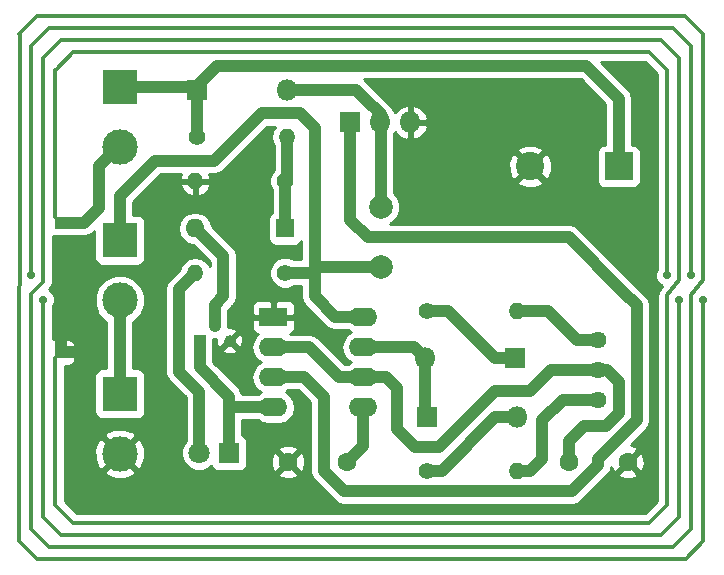
<source format=gbr>
%TF.GenerationSoftware,KiCad,Pcbnew,no-vcs-found-e2d3fce~60~ubuntu14.04.1*%
%TF.CreationDate,2017-09-21T01:46:33-03:00*%
%TF.ProjectId,RFIDZapper,524649445A61707065722E6B69636164,rev?*%
%TF.SameCoordinates,Original*%
%TF.FileFunction,Copper,L2,Bot,Signal*%
%TF.FilePolarity,Positive*%
%FSLAX46Y46*%
G04 Gerber Fmt 4.6, Leading zero omitted, Abs format (unit mm)*
G04 Created by KiCad (PCBNEW no-vcs-found-e2d3fce~60~ubuntu14.04.1) date Thu Sep 21 01:46:33 2017*
%MOMM*%
%LPD*%
G01*
G04 APERTURE LIST*
%TA.AperFunction,EtchedComponent*%
%ADD10C,0.360000*%
%TD*%
%TA.AperFunction,ComponentPad*%
%ADD11C,0.700000*%
%TD*%
%TA.AperFunction,SMDPad,CuDef*%
%ADD12R,1.000000X1.000000*%
%TD*%
%TA.AperFunction,ComponentPad*%
%ADD13R,1.800000X1.800000*%
%TD*%
%TA.AperFunction,ComponentPad*%
%ADD14O,1.800000X1.800000*%
%TD*%
%TA.AperFunction,ComponentPad*%
%ADD15R,1.000000X1.000000*%
%TD*%
%TA.AperFunction,ComponentPad*%
%ADD16C,1.000000*%
%TD*%
%TA.AperFunction,ComponentPad*%
%ADD17O,1.400000X1.400000*%
%TD*%
%TA.AperFunction,ComponentPad*%
%ADD18C,1.400000*%
%TD*%
%TA.AperFunction,ComponentPad*%
%ADD19C,3.000000*%
%TD*%
%TA.AperFunction,ComponentPad*%
%ADD20R,3.000000X3.000000*%
%TD*%
%TA.AperFunction,ComponentPad*%
%ADD21C,1.600000*%
%TD*%
%TA.AperFunction,ComponentPad*%
%ADD22C,2.400000*%
%TD*%
%TA.AperFunction,ComponentPad*%
%ADD23R,2.400000X2.400000*%
%TD*%
%TA.AperFunction,ComponentPad*%
%ADD24C,1.800000*%
%TD*%
%TA.AperFunction,ComponentPad*%
%ADD25C,1.998980*%
%TD*%
%TA.AperFunction,ComponentPad*%
%ADD26C,1.440000*%
%TD*%
%TA.AperFunction,ComponentPad*%
%ADD27O,2.400000X1.600000*%
%TD*%
%TA.AperFunction,ComponentPad*%
%ADD28R,2.400000X1.600000*%
%TD*%
%TA.AperFunction,ComponentPad*%
%ADD29O,1.600000X1.600000*%
%TD*%
%TA.AperFunction,ComponentPad*%
%ADD30R,1.600000X1.600000*%
%TD*%
%TA.AperFunction,Conductor*%
%ADD31C,1.000000*%
%TD*%
%TA.AperFunction,Conductor*%
%ADD32C,0.254000*%
%TD*%
G04 APERTURE END LIST*
D10*
%TO.C,AE1*%
X163294000Y-127806000D02*
X164794000Y-126306000D01*
X108394000Y-127806000D02*
X106894000Y-126306000D01*
X164784000Y-83306000D02*
X163284000Y-81806000D01*
X106894000Y-83316000D02*
X108394000Y-81806000D01*
X109414000Y-126786000D02*
X107914000Y-125276000D01*
X110434000Y-125766000D02*
X108934000Y-124266000D01*
X162274000Y-126786000D02*
X163774000Y-125286000D01*
X161254000Y-125766000D02*
X162754000Y-124266000D01*
X163774000Y-84326000D02*
X162274000Y-82826000D01*
X162754000Y-85346000D02*
X161254000Y-83846000D01*
X107914000Y-84316000D02*
X109414000Y-82826000D01*
X108934000Y-85346000D02*
X110434000Y-83846000D01*
X161254000Y-125766000D02*
X110434000Y-125766000D01*
X162274000Y-126786000D02*
X109414000Y-126786000D01*
X108394000Y-127806000D02*
X163294000Y-127806000D01*
X163284000Y-81806000D02*
X108394000Y-81806000D01*
X109414000Y-82826000D02*
X162274000Y-82826000D01*
X161254000Y-83846000D02*
X110434000Y-83846000D01*
X160234000Y-124736000D02*
X161734000Y-123236000D01*
X161734000Y-86366000D02*
X160234000Y-84866000D01*
X109954000Y-86366000D02*
X111454000Y-84866000D01*
X111444000Y-124746000D02*
X109944000Y-123246000D01*
X160234000Y-124736000D02*
X111444000Y-124746000D01*
X160234000Y-84866000D02*
X111454000Y-84866000D01*
X107914000Y-105316000D02*
X108934000Y-104296000D01*
X108934000Y-85346000D02*
X108934000Y-104296000D01*
X107914000Y-105316000D02*
X107914000Y-125276000D01*
X109942000Y-98806000D02*
X110442000Y-99306000D01*
X109942000Y-86364000D02*
X109942000Y-98806000D01*
X109942000Y-110806000D02*
X110462000Y-110296000D01*
X109942000Y-123258000D02*
X109942000Y-110806000D01*
X106906000Y-83316000D02*
X106896000Y-126294000D01*
X107914000Y-84316000D02*
X107914000Y-103786000D01*
X108934000Y-105826000D02*
X108934000Y-124266000D01*
X161734000Y-86366000D02*
X161734000Y-103786000D01*
X162754000Y-105826000D02*
X162754000Y-124266000D01*
X164794000Y-105826000D02*
X164794000Y-126306000D01*
X163774000Y-84326000D02*
X163774000Y-103786000D01*
X162754000Y-104196000D02*
X161734000Y-105416000D01*
X162754000Y-85346000D02*
X162754000Y-104196000D01*
X161734000Y-105416000D02*
X161734000Y-123236000D01*
X163774000Y-105416000D02*
X163774000Y-125286000D01*
X164784000Y-104196000D02*
X163774000Y-105416000D01*
X164784000Y-83306000D02*
X164784000Y-104196000D01*
%TD*%
D11*
%TO.P,AE1,*%
%TO.N,*%
X164794000Y-105826000D03*
X163774000Y-103786000D03*
X162754000Y-105826000D03*
X161734000Y-103786000D03*
X108934000Y-105826000D03*
X107914000Y-103786000D03*
D12*
%TO.P,AE1,2*%
%TO.N,GNDPWR*%
X110442000Y-110306000D03*
%TO.P,AE1,1*%
%TO.N,Net-(AE1-Pad1)*%
X110442000Y-99306000D03*
%TD*%
D13*
%TO.P,D3,1*%
%TO.N,Net-(C3-Pad1)*%
X121944000Y-88056000D03*
D14*
%TO.P,D3,2*%
%TO.N,Net-(D3-Pad2)*%
X129564000Y-88056000D03*
%TD*%
D15*
%TO.P,Q1,1*%
%TO.N,RST*%
X122144000Y-109306000D03*
D16*
%TO.P,Q1,3*%
%TO.N,GNDPWR*%
X124684000Y-109306000D03*
%TO.P,Q1,2*%
%TO.N,Net-(DZ1-Pad2)*%
X123414000Y-108036000D03*
%TD*%
D17*
%TO.P,R8,2*%
%TO.N,Net-(DZ1-Pad1)*%
X129564000Y-92056000D03*
D18*
%TO.P,R8,1*%
%TO.N,Net-(C3-Pad1)*%
X121944000Y-92056000D03*
%TD*%
D17*
%TO.P,R3,2*%
%TO.N,Net-(R2-Pad1)*%
X149014000Y-120306000D03*
D18*
%TO.P,R3,1*%
%TO.N,Net-(D2-Pad2)*%
X141394000Y-120306000D03*
%TD*%
D14*
%TO.P,Q2,3*%
%TO.N,GNDPWR*%
X139974000Y-90806000D03*
%TO.P,Q2,2*%
%TO.N,Net-(D3-Pad2)*%
X137434000Y-90806000D03*
D13*
%TO.P,Q2,1*%
%TO.N,OUT*%
X134894000Y-90806000D03*
%TD*%
D19*
%TO.P,BT1,2*%
%TO.N,GNDPWR*%
X115394000Y-118886000D03*
D20*
%TO.P,BT1,1*%
%TO.N,/VCC*%
X115394000Y-113806000D03*
%TD*%
D21*
%TO.P,C1,2*%
%TO.N,/THR*%
X153394000Y-119556000D03*
%TO.P,C1,1*%
%TO.N,GNDPWR*%
X158394000Y-119556000D03*
%TD*%
%TO.P,C2,1*%
%TO.N,/CV*%
X134644000Y-119556000D03*
%TO.P,C2,2*%
%TO.N,GNDPWR*%
X129644000Y-119556000D03*
%TD*%
D22*
%TO.P,C3,2*%
%TO.N,GNDPWR*%
X150144000Y-94556000D03*
D23*
%TO.P,C3,1*%
%TO.N,Net-(C3-Pad1)*%
X157644000Y-94556000D03*
%TD*%
D24*
%TO.P,DL1,2*%
%TO.N,Net-(DL1-Pad2)*%
X122104000Y-118806000D03*
D13*
%TO.P,DL1,1*%
%TO.N,RST*%
X124644000Y-118806000D03*
%TD*%
D25*
%TO.P,L1,2*%
%TO.N,Net-(D3-Pad2)*%
X137474000Y-97976000D03*
%TO.P,L1,1*%
%TO.N,/VDD*%
X137474000Y-103056000D03*
%TD*%
D17*
%TO.P,R1,2*%
%TO.N,Net-(R1-Pad2)*%
X149014000Y-106806000D03*
D18*
%TO.P,R1,1*%
%TO.N,Net-(D1-Pad1)*%
X141394000Y-106806000D03*
%TD*%
D26*
%TO.P,R2,3*%
%TO.N,Net-(R1-Pad2)*%
X155894000Y-109226000D03*
%TO.P,R2,2*%
%TO.N,/THR*%
X155894000Y-111766000D03*
%TO.P,R2,1*%
%TO.N,Net-(R2-Pad1)*%
X155894000Y-114306000D03*
%TD*%
D18*
%TO.P,R6,1*%
%TO.N,/VDD*%
X129394000Y-103556000D03*
D17*
%TO.P,R6,2*%
%TO.N,Net-(DL1-Pad2)*%
X121774000Y-103556000D03*
%TD*%
%TO.P,R9,2*%
%TO.N,GNDPWR*%
X121774000Y-95806000D03*
D18*
%TO.P,R9,1*%
%TO.N,Net-(DZ1-Pad1)*%
X129394000Y-95806000D03*
%TD*%
D20*
%TO.P,SW_SPST1,1*%
%TO.N,/VDD*%
X115394000Y-100806000D03*
D19*
%TO.P,SW_SPST1,2*%
%TO.N,/VCC*%
X115394000Y-105886000D03*
%TD*%
%TO.P,SW_SPST3,2*%
%TO.N,Net-(AE1-Pad1)*%
X115394000Y-92886000D03*
D20*
%TO.P,SW_SPST3,1*%
%TO.N,Net-(C3-Pad1)*%
X115394000Y-87806000D03*
%TD*%
D27*
%TO.P,U1,8*%
%TO.N,/VDD*%
X136014000Y-107306000D03*
%TO.P,U1,4*%
%TO.N,RST*%
X128394000Y-114926000D03*
%TO.P,U1,7*%
%TO.N,/DIS*%
X136014000Y-109846000D03*
%TO.P,U1,3*%
%TO.N,OUT*%
X128394000Y-112386000D03*
%TO.P,U1,6*%
%TO.N,/THR*%
X136014000Y-112386000D03*
%TO.P,U1,2*%
X128394000Y-109846000D03*
%TO.P,U1,5*%
%TO.N,/CV*%
X136014000Y-114926000D03*
D28*
%TO.P,U1,1*%
%TO.N,GNDPWR*%
X128394000Y-107306000D03*
%TD*%
D14*
%TO.P,D1,2*%
%TO.N,/DIS*%
X141274000Y-110806000D03*
D13*
%TO.P,D1,1*%
%TO.N,Net-(D1-Pad1)*%
X148894000Y-110806000D03*
%TD*%
D14*
%TO.P,D2,2*%
%TO.N,Net-(D2-Pad2)*%
X149014000Y-115806000D03*
D13*
%TO.P,D2,1*%
%TO.N,/DIS*%
X141394000Y-115806000D03*
%TD*%
D29*
%TO.P,DZ1,2*%
%TO.N,Net-(DZ1-Pad2)*%
X121774000Y-99806000D03*
D30*
%TO.P,DZ1,1*%
%TO.N,Net-(DZ1-Pad1)*%
X129394000Y-99806000D03*
%TD*%
D31*
%TO.N,Net-(AE1-Pad1)*%
X110442000Y-99306000D02*
X112394000Y-99306000D01*
X112394000Y-99306000D02*
X113644000Y-98056000D01*
X113644000Y-98056000D02*
X113644000Y-94556000D01*
X115314000Y-92886000D02*
X113644000Y-94556000D01*
X115394000Y-92886000D02*
X115314000Y-92886000D01*
X115314000Y-92886000D02*
X115394000Y-92886000D01*
%TO.N,GNDPWR*%
X110442000Y-110306000D02*
X110442000Y-107508000D01*
X112644000Y-110306000D02*
X111894000Y-110306000D01*
X112644000Y-107556000D02*
X112644000Y-110306000D01*
X110490000Y-107556000D02*
X112644000Y-107556000D01*
X110442000Y-107508000D02*
X110490000Y-107556000D01*
X110442000Y-110306000D02*
X111894000Y-110306000D01*
X111894000Y-110306000D02*
X111192000Y-110306000D01*
%TO.N,Net-(C3-Pad1)*%
X157644000Y-94556000D02*
X157644000Y-90556000D01*
X146144000Y-86056000D02*
X154894000Y-86056000D01*
X154894000Y-86056000D02*
X157644000Y-88806000D01*
X157644000Y-88806000D02*
X157644000Y-90556000D01*
X157644000Y-90556000D02*
X157644000Y-91806000D01*
X146144000Y-86056000D02*
X145894000Y-86056000D01*
X121944000Y-88056000D02*
X121944000Y-87756000D01*
X121944000Y-87756000D02*
X123644000Y-86056000D01*
X123644000Y-86056000D02*
X145894000Y-86056000D01*
X115394000Y-87806000D02*
X121694000Y-87806000D01*
X121694000Y-87806000D02*
X121944000Y-88056000D01*
X121944000Y-92056000D02*
X121944000Y-88056000D01*
%TO.N,Net-(D1-Pad1)*%
X148894000Y-110806000D02*
X147144000Y-110806000D01*
X143144000Y-106806000D02*
X141394000Y-106806000D01*
X147144000Y-110806000D02*
X143144000Y-106806000D01*
%TO.N,Net-(D2-Pad2)*%
X141394000Y-120306000D02*
X142644000Y-120306000D01*
X147144000Y-115806000D02*
X149014000Y-115806000D01*
X142644000Y-120306000D02*
X147144000Y-115806000D01*
%TO.N,Net-(D3-Pad2)*%
X137474000Y-97976000D02*
X137474000Y-90136000D01*
X137474000Y-90136000D02*
X136144000Y-88806000D01*
X129564000Y-88056000D02*
X135394000Y-88056000D01*
X135394000Y-88056000D02*
X136144000Y-88806000D01*
%TO.N,/VCC*%
X115394000Y-113806000D02*
X115394000Y-105886000D01*
%TO.N,/THR*%
X157644000Y-112806000D02*
X157644000Y-115434676D01*
X157644000Y-115434676D02*
X156583338Y-116495338D01*
X155894000Y-111766000D02*
X156604000Y-111766000D01*
X156604000Y-111766000D02*
X157644000Y-112806000D01*
X153394000Y-119556000D02*
X153394000Y-117806000D01*
X153394000Y-117806000D02*
X154704662Y-116495338D01*
X154704662Y-116495338D02*
X156583338Y-116495338D01*
X153144000Y-111766000D02*
X153144000Y-111806000D01*
X153144000Y-111806000D02*
X153144000Y-111766000D01*
X155894000Y-111766000D02*
X153144000Y-111766000D01*
X153144000Y-111766000D02*
X151934000Y-111766000D01*
X151934000Y-111766000D02*
X150144000Y-113556000D01*
X148644000Y-113556000D02*
X150144000Y-113556000D01*
X137974000Y-112386000D02*
X138894000Y-113306000D01*
X138894000Y-113306000D02*
X138894000Y-116806000D01*
X138894000Y-116806000D02*
X140394000Y-118306000D01*
X140394000Y-118306000D02*
X142394000Y-118306000D01*
X142394000Y-118306000D02*
X147144000Y-113556000D01*
X147144000Y-113556000D02*
X148644000Y-113556000D01*
X136014000Y-112386000D02*
X137974000Y-112386000D01*
%TO.N,/VDD*%
X129144000Y-90056000D02*
X127394000Y-90056000D01*
X127394000Y-90056000D02*
X123394000Y-94056000D01*
X131894000Y-104556000D02*
X131894000Y-105556000D01*
X131894000Y-105556000D02*
X133644000Y-107306000D01*
X133644000Y-107306000D02*
X136014000Y-107306000D01*
X137474000Y-103056000D02*
X131894000Y-103056000D01*
X131894000Y-103056000D02*
X132394000Y-103056000D01*
X132394000Y-103056000D02*
X131894000Y-103056000D01*
X129394000Y-103556000D02*
X131894000Y-103556000D01*
X131894000Y-103556000D02*
X131894000Y-103806000D01*
X131894000Y-91306000D02*
X131894000Y-103056000D01*
X131894000Y-103056000D02*
X131894000Y-103806000D01*
X131894000Y-103806000D02*
X131894000Y-104556000D01*
X122644000Y-94056000D02*
X123394000Y-94056000D01*
X129144000Y-90056000D02*
X130644000Y-90056000D01*
X130644000Y-90056000D02*
X131894000Y-91306000D01*
X115394000Y-98306000D02*
X115394000Y-97056000D01*
X115394000Y-97056000D02*
X118394000Y-94056000D01*
X118394000Y-94056000D02*
X120644000Y-94056000D01*
X115394000Y-100806000D02*
X115394000Y-98306000D01*
X120644000Y-94056000D02*
X122644000Y-94056000D01*
%TO.N,/DIS*%
X141274000Y-110806000D02*
X141274000Y-115686000D01*
X136014000Y-109846000D02*
X140314000Y-109846000D01*
X140314000Y-109846000D02*
X141274000Y-110806000D01*
X141130000Y-115630000D02*
X141250000Y-115750000D01*
X141274000Y-115686000D02*
X141394000Y-115806000D01*
%TO.N,/THR*%
X136014000Y-112386000D02*
X133974000Y-112386000D01*
X133974000Y-112386000D02*
X131434000Y-109846000D01*
X131434000Y-109846000D02*
X128394000Y-109846000D01*
%TO.N,/CV*%
X136014000Y-114926000D02*
X136014000Y-118186000D01*
X136014000Y-118186000D02*
X134644000Y-119556000D01*
%TO.N,Net-(DL1-Pad2)*%
X122104000Y-118806000D02*
X122104000Y-113637324D01*
X122104000Y-113637324D02*
X120394000Y-111927324D01*
X120394000Y-111927324D02*
X120394000Y-104936000D01*
X120394000Y-104936000D02*
X121774000Y-103556000D01*
X121774000Y-103556000D02*
X121774000Y-103686000D01*
%TO.N,RST*%
X128394000Y-114926000D02*
X124644000Y-114926000D01*
X124644000Y-114926000D02*
X124764000Y-114806000D01*
X124764000Y-114806000D02*
X124894000Y-114806000D01*
X124894000Y-114806000D02*
X124644000Y-114806000D01*
X122144000Y-109306000D02*
X122144000Y-111556000D01*
X122144000Y-111556000D02*
X124644000Y-114056000D01*
X124644000Y-114056000D02*
X124644000Y-114806000D01*
X124644000Y-114806000D02*
X124644000Y-118806000D01*
%TO.N,Net-(DZ1-Pad2)*%
X123414000Y-108036000D02*
X123414000Y-106286000D01*
X123414000Y-106286000D02*
X124144000Y-105556000D01*
X124144000Y-105556000D02*
X124144000Y-102176000D01*
X124144000Y-102176000D02*
X121774000Y-99806000D01*
%TO.N,Net-(DZ1-Pad1)*%
X129394000Y-99806000D02*
X129394000Y-95806000D01*
X129564000Y-92056000D02*
X129564000Y-95636000D01*
X129564000Y-95636000D02*
X129394000Y-95806000D01*
X129394000Y-95806000D02*
X129394000Y-95806002D01*
X129564000Y-95636000D02*
X129394000Y-95806000D01*
X129444000Y-92176000D02*
X129564000Y-92056000D01*
%TO.N,OUT*%
X134894000Y-98306000D02*
X134894000Y-99056000D01*
X134894000Y-99056000D02*
X136394000Y-100556000D01*
X128394000Y-112386000D02*
X130974000Y-112386000D01*
X153644000Y-122056000D02*
X155894000Y-119806000D01*
X135644000Y-122056000D02*
X134394000Y-122056000D01*
X134394000Y-122056000D02*
X132644000Y-120306000D01*
X132644000Y-120306000D02*
X132644000Y-114056000D01*
X132644000Y-114056000D02*
X132144000Y-113556000D01*
X134894000Y-95056000D02*
X134894000Y-90806000D01*
X134894000Y-92556000D02*
X134894000Y-95056000D01*
X134894000Y-95056000D02*
X134894000Y-98306000D01*
X134894000Y-98306000D02*
X134894000Y-99056000D01*
X134894000Y-99056000D02*
X136394000Y-100556000D01*
X158019000Y-105181000D02*
X153394000Y-100556000D01*
X153394000Y-100556000D02*
X136394000Y-100556000D01*
X158019000Y-105181000D02*
X159144000Y-106306000D01*
X128394000Y-112386000D02*
X130974000Y-112386000D01*
X130974000Y-112386000D02*
X132144000Y-113556000D01*
X135644000Y-122056000D02*
X153644000Y-122056000D01*
X155894000Y-119806000D02*
X155894000Y-119306000D01*
X155894000Y-119306000D02*
X159144000Y-116056000D01*
X159144000Y-116056000D02*
X159144000Y-106306000D01*
%TO.N,Net-(R1-Pad2)*%
X155894000Y-109226000D02*
X154064000Y-109226000D01*
X154064000Y-109226000D02*
X151644000Y-106806000D01*
X149014000Y-106806000D02*
X151644000Y-106806000D01*
%TO.N,Net-(R2-Pad1)*%
X155894000Y-114306000D02*
X152894000Y-114306000D01*
X152894000Y-114306000D02*
X151144000Y-116056000D01*
X151144000Y-116056000D02*
X151144000Y-119306000D01*
X151144000Y-119306000D02*
X150144000Y-120306000D01*
X150144000Y-120306000D02*
X149014000Y-120306000D01*
%TD*%
D32*
%TO.N,GNDPWR*%
G36*
X160919000Y-86703584D02*
X160919000Y-103207793D01*
X160899445Y-103227314D01*
X160749172Y-103589212D01*
X160748830Y-103981069D01*
X160898471Y-104343229D01*
X161175314Y-104620555D01*
X161295130Y-104670307D01*
X161108741Y-104893242D01*
X161049588Y-105001520D01*
X160981038Y-105104113D01*
X160973879Y-105140106D01*
X160956285Y-105172311D01*
X160943071Y-105294986D01*
X160919000Y-105416000D01*
X160919000Y-122898416D01*
X159896347Y-123921069D01*
X111781515Y-123930931D01*
X110757000Y-122906416D01*
X110757000Y-120399970D01*
X114059635Y-120399970D01*
X114219418Y-120718739D01*
X115010187Y-121028723D01*
X115859387Y-121012497D01*
X116568582Y-120718739D01*
X116646272Y-120563745D01*
X128815861Y-120563745D01*
X128889995Y-120809864D01*
X129427223Y-121002965D01*
X129997454Y-120975778D01*
X130398005Y-120809864D01*
X130472139Y-120563745D01*
X129644000Y-119735605D01*
X128815861Y-120563745D01*
X116646272Y-120563745D01*
X116728365Y-120399970D01*
X115394000Y-119065605D01*
X114059635Y-120399970D01*
X110757000Y-120399970D01*
X110757000Y-118502187D01*
X113251277Y-118502187D01*
X113267503Y-119351387D01*
X113561261Y-120060582D01*
X113880030Y-120220365D01*
X115214395Y-118886000D01*
X115573605Y-118886000D01*
X116907970Y-120220365D01*
X117226739Y-120060582D01*
X117536723Y-119269813D01*
X117520497Y-118420613D01*
X117226739Y-117711418D01*
X116907970Y-117551635D01*
X115573605Y-118886000D01*
X115214395Y-118886000D01*
X113880030Y-117551635D01*
X113561261Y-117711418D01*
X113251277Y-118502187D01*
X110757000Y-118502187D01*
X110757000Y-117372030D01*
X114059635Y-117372030D01*
X115394000Y-118706395D01*
X116728365Y-117372030D01*
X116568582Y-117053261D01*
X115777813Y-116743277D01*
X114928613Y-116759503D01*
X114219418Y-117053261D01*
X114059635Y-117372030D01*
X110757000Y-117372030D01*
X110757000Y-112306000D01*
X113246560Y-112306000D01*
X113246560Y-115306000D01*
X113295843Y-115553765D01*
X113436191Y-115763809D01*
X113646235Y-115904157D01*
X113894000Y-115953440D01*
X116894000Y-115953440D01*
X117141765Y-115904157D01*
X117351809Y-115763809D01*
X117492157Y-115553765D01*
X117541440Y-115306000D01*
X117541440Y-112306000D01*
X117492157Y-112058235D01*
X117351809Y-111848191D01*
X117141765Y-111707843D01*
X116894000Y-111658560D01*
X116529000Y-111658560D01*
X116529000Y-107727100D01*
X116601800Y-107697020D01*
X117202909Y-107096959D01*
X117528628Y-106312541D01*
X117529370Y-105463185D01*
X117205020Y-104678200D01*
X116604959Y-104077091D01*
X115820541Y-103751372D01*
X114971185Y-103750630D01*
X114186200Y-104074980D01*
X113585091Y-104675041D01*
X113259372Y-105459459D01*
X113258630Y-106308815D01*
X113582980Y-107093800D01*
X114183041Y-107694909D01*
X114259000Y-107726450D01*
X114259000Y-111658560D01*
X113894000Y-111658560D01*
X113646235Y-111707843D01*
X113436191Y-111848191D01*
X113295843Y-112058235D01*
X113246560Y-112306000D01*
X110757000Y-112306000D01*
X110757000Y-111441000D01*
X111068309Y-111441000D01*
X111301698Y-111344327D01*
X111480327Y-111165699D01*
X111577000Y-110932310D01*
X111577000Y-110591750D01*
X111418250Y-110433000D01*
X111249979Y-110433000D01*
X111276961Y-110303912D01*
X111253373Y-110179000D01*
X111418250Y-110179000D01*
X111577000Y-110020250D01*
X111577000Y-109679690D01*
X111480327Y-109446301D01*
X111301698Y-109267673D01*
X111068309Y-109171000D01*
X110727750Y-109171000D01*
X110569000Y-109329750D01*
X110569000Y-109501751D01*
X110469912Y-109481039D01*
X110315000Y-109510292D01*
X110315000Y-109329750D01*
X110156250Y-109171000D01*
X109815691Y-109171000D01*
X109749000Y-109198624D01*
X109749000Y-106404207D01*
X109768555Y-106384686D01*
X109918828Y-106022788D01*
X109919170Y-105630931D01*
X109769529Y-105268771D01*
X109492686Y-104991445D01*
X109420933Y-104961651D01*
X109510292Y-104872292D01*
X109686962Y-104607887D01*
X109749000Y-104296000D01*
X109749000Y-100415050D01*
X109942000Y-100453440D01*
X110942000Y-100453440D01*
X111004541Y-100441000D01*
X112394000Y-100441000D01*
X112828346Y-100354603D01*
X113196566Y-100108566D01*
X113246560Y-100058572D01*
X113246560Y-102306000D01*
X113295843Y-102553765D01*
X113436191Y-102763809D01*
X113646235Y-102904157D01*
X113894000Y-102953440D01*
X116894000Y-102953440D01*
X117141765Y-102904157D01*
X117351809Y-102763809D01*
X117492157Y-102553765D01*
X117541440Y-102306000D01*
X117541440Y-99306000D01*
X117492157Y-99058235D01*
X117351809Y-98848191D01*
X117141765Y-98707843D01*
X116894000Y-98658560D01*
X116529000Y-98658560D01*
X116529000Y-97526132D01*
X117915803Y-96139329D01*
X120481284Y-96139329D01*
X120624203Y-96484396D01*
X120971337Y-96872764D01*
X121440669Y-97098727D01*
X121647000Y-96976206D01*
X121647000Y-95933000D01*
X121901000Y-95933000D01*
X121901000Y-96976206D01*
X122107331Y-97098727D01*
X122576663Y-96872764D01*
X122923797Y-96484396D01*
X123066716Y-96139329D01*
X122943374Y-95933000D01*
X121901000Y-95933000D01*
X121647000Y-95933000D01*
X120604626Y-95933000D01*
X120481284Y-96139329D01*
X117915803Y-96139329D01*
X118864132Y-95191000D01*
X120597946Y-95191000D01*
X120481284Y-95472671D01*
X120604626Y-95679000D01*
X121647000Y-95679000D01*
X121647000Y-95659000D01*
X121901000Y-95659000D01*
X121901000Y-95679000D01*
X122943374Y-95679000D01*
X123066716Y-95472671D01*
X122950054Y-95191000D01*
X123394000Y-95191000D01*
X123828346Y-95104603D01*
X124196566Y-94858566D01*
X127864132Y-91191000D01*
X128541080Y-91191000D01*
X128304467Y-91545118D01*
X128202846Y-92056000D01*
X128304467Y-92566882D01*
X128429000Y-92753260D01*
X128429000Y-94882987D01*
X128262902Y-95048796D01*
X128059232Y-95539287D01*
X128058769Y-96070383D01*
X128259000Y-96554980D01*
X128259000Y-98466132D01*
X128136191Y-98548191D01*
X127995843Y-98758235D01*
X127946560Y-99006000D01*
X127946560Y-100606000D01*
X127995843Y-100853765D01*
X128136191Y-101063809D01*
X128346235Y-101204157D01*
X128594000Y-101253440D01*
X130194000Y-101253440D01*
X130441765Y-101204157D01*
X130651809Y-101063809D01*
X130759000Y-100903388D01*
X130759000Y-102421000D01*
X130141807Y-102421000D01*
X129660713Y-102221232D01*
X129129617Y-102220769D01*
X128638771Y-102423582D01*
X128262902Y-102798796D01*
X128059232Y-103289287D01*
X128058769Y-103820383D01*
X128261582Y-104311229D01*
X128636796Y-104687098D01*
X129127287Y-104890768D01*
X129658383Y-104891231D01*
X130142980Y-104691000D01*
X130759000Y-104691000D01*
X130759000Y-105556000D01*
X130845397Y-105990346D01*
X131058191Y-106308815D01*
X131091434Y-106358566D01*
X132841434Y-108108566D01*
X133209654Y-108354603D01*
X133644000Y-108441000D01*
X134743396Y-108441000D01*
X134945438Y-108576000D01*
X134563352Y-108831302D01*
X134252283Y-109296849D01*
X134143050Y-109846000D01*
X134252283Y-110395151D01*
X134563352Y-110860698D01*
X134945438Y-111116000D01*
X134743396Y-111251000D01*
X134444133Y-111251000D01*
X132236566Y-109043434D01*
X132108190Y-108957656D01*
X131868346Y-108797397D01*
X131434000Y-108711000D01*
X129792735Y-108711000D01*
X129953698Y-108644327D01*
X130132327Y-108465699D01*
X130229000Y-108232310D01*
X130229000Y-107591750D01*
X130070250Y-107433000D01*
X128521000Y-107433000D01*
X128521000Y-107453000D01*
X128267000Y-107453000D01*
X128267000Y-107433000D01*
X126717750Y-107433000D01*
X126559000Y-107591750D01*
X126559000Y-108232310D01*
X126655673Y-108465699D01*
X126834302Y-108644327D01*
X127067691Y-108741000D01*
X127078498Y-108741000D01*
X126943352Y-108831302D01*
X126632283Y-109296849D01*
X126523050Y-109846000D01*
X126632283Y-110395151D01*
X126943352Y-110860698D01*
X127325438Y-111116000D01*
X126943352Y-111371302D01*
X126632283Y-111836849D01*
X126523050Y-112386000D01*
X126632283Y-112935151D01*
X126943352Y-113400698D01*
X127325438Y-113656000D01*
X127123396Y-113791000D01*
X125726288Y-113791000D01*
X125692603Y-113621654D01*
X125446566Y-113253434D01*
X123279000Y-111085868D01*
X123279000Y-110096104D01*
X124073501Y-110096104D01*
X124110648Y-110311217D01*
X124538972Y-110454112D01*
X124989375Y-110422217D01*
X125257352Y-110311217D01*
X125294499Y-110096104D01*
X124684000Y-109485605D01*
X124073501Y-110096104D01*
X123279000Y-110096104D01*
X123279000Y-109868541D01*
X123291440Y-109806000D01*
X123291440Y-109170894D01*
X123536606Y-109171108D01*
X123567783Y-109611375D01*
X123678783Y-109879352D01*
X123893896Y-109916499D01*
X124504395Y-109306000D01*
X124863605Y-109306000D01*
X125474104Y-109916499D01*
X125689217Y-109879352D01*
X125832112Y-109451028D01*
X125800217Y-109000625D01*
X125689217Y-108732648D01*
X125474104Y-108695501D01*
X124863605Y-109306000D01*
X124504395Y-109306000D01*
X124490253Y-109291858D01*
X124669858Y-109112253D01*
X124684000Y-109126395D01*
X125294499Y-108515896D01*
X125257352Y-108300783D01*
X124829028Y-108157888D01*
X124548877Y-108177727D01*
X124549197Y-107811225D01*
X124549000Y-107810748D01*
X124549000Y-106756132D01*
X124925442Y-106379690D01*
X126559000Y-106379690D01*
X126559000Y-107020250D01*
X126717750Y-107179000D01*
X128267000Y-107179000D01*
X128267000Y-106029750D01*
X128521000Y-106029750D01*
X128521000Y-107179000D01*
X130070250Y-107179000D01*
X130229000Y-107020250D01*
X130229000Y-106379690D01*
X130132327Y-106146301D01*
X129953698Y-105967673D01*
X129720309Y-105871000D01*
X128679750Y-105871000D01*
X128521000Y-106029750D01*
X128267000Y-106029750D01*
X128108250Y-105871000D01*
X127067691Y-105871000D01*
X126834302Y-105967673D01*
X126655673Y-106146301D01*
X126559000Y-106379690D01*
X124925442Y-106379690D01*
X124946566Y-106358566D01*
X124979809Y-106308815D01*
X125192603Y-105990346D01*
X125279000Y-105556000D01*
X125279000Y-102176000D01*
X125192603Y-101741654D01*
X124946566Y-101373434D01*
X123201849Y-99628717D01*
X123127880Y-99256849D01*
X122816811Y-98791302D01*
X122351264Y-98480233D01*
X121802113Y-98371000D01*
X121745887Y-98371000D01*
X121196736Y-98480233D01*
X120731189Y-98791302D01*
X120420120Y-99256849D01*
X120310887Y-99806000D01*
X120420120Y-100355151D01*
X120731189Y-100820698D01*
X121196736Y-101131767D01*
X121568604Y-101205736D01*
X123009000Y-102646132D01*
X123009000Y-103008402D01*
X122744142Y-102612012D01*
X122311036Y-102322621D01*
X121800154Y-102221000D01*
X121747846Y-102221000D01*
X121236964Y-102322621D01*
X120803858Y-102612012D01*
X120514467Y-103045118D01*
X120473427Y-103251441D01*
X119591434Y-104133434D01*
X119345397Y-104501654D01*
X119259000Y-104936000D01*
X119259000Y-111927324D01*
X119345397Y-112361670D01*
X119440121Y-112503434D01*
X119591434Y-112729890D01*
X120969000Y-114107456D01*
X120969000Y-117770095D01*
X120803449Y-117935357D01*
X120569267Y-118499330D01*
X120568735Y-119109991D01*
X120801932Y-119674371D01*
X121233357Y-120106551D01*
X121797330Y-120340733D01*
X122407991Y-120341265D01*
X122972371Y-120108068D01*
X123142712Y-119938025D01*
X123145843Y-119953765D01*
X123286191Y-120163809D01*
X123496235Y-120304157D01*
X123744000Y-120353440D01*
X125544000Y-120353440D01*
X125791765Y-120304157D01*
X126001809Y-120163809D01*
X126142157Y-119953765D01*
X126191440Y-119706000D01*
X126191440Y-119339223D01*
X128197035Y-119339223D01*
X128224222Y-119909454D01*
X128390136Y-120310005D01*
X128636255Y-120384139D01*
X129464395Y-119556000D01*
X129823605Y-119556000D01*
X130651745Y-120384139D01*
X130897864Y-120310005D01*
X131090965Y-119772777D01*
X131063778Y-119202546D01*
X130897864Y-118801995D01*
X130651745Y-118727861D01*
X129823605Y-119556000D01*
X129464395Y-119556000D01*
X128636255Y-118727861D01*
X128390136Y-118801995D01*
X128197035Y-119339223D01*
X126191440Y-119339223D01*
X126191440Y-118548255D01*
X128815861Y-118548255D01*
X129644000Y-119376395D01*
X130472139Y-118548255D01*
X130398005Y-118302136D01*
X129860777Y-118109035D01*
X129290546Y-118136222D01*
X128889995Y-118302136D01*
X128815861Y-118548255D01*
X126191440Y-118548255D01*
X126191440Y-117906000D01*
X126142157Y-117658235D01*
X126001809Y-117448191D01*
X125791765Y-117307843D01*
X125779000Y-117305304D01*
X125779000Y-116061000D01*
X127123396Y-116061000D01*
X127408899Y-116251767D01*
X127958050Y-116361000D01*
X128829950Y-116361000D01*
X129379101Y-116251767D01*
X129844648Y-115940698D01*
X130155717Y-115475151D01*
X130264950Y-114926000D01*
X130155717Y-114376849D01*
X129844648Y-113911302D01*
X129462562Y-113656000D01*
X129664604Y-113521000D01*
X130503868Y-113521000D01*
X131509000Y-114526132D01*
X131509000Y-120306000D01*
X131595397Y-120740346D01*
X131729470Y-120941000D01*
X131841434Y-121108566D01*
X133591434Y-122858566D01*
X133959654Y-123104603D01*
X134394000Y-123191000D01*
X153644000Y-123191000D01*
X154078346Y-123104603D01*
X154446566Y-122858566D01*
X156696567Y-120608566D01*
X156726515Y-120563745D01*
X157565861Y-120563745D01*
X157639995Y-120809864D01*
X158177223Y-121002965D01*
X158747454Y-120975778D01*
X159148005Y-120809864D01*
X159222139Y-120563745D01*
X158394000Y-119735605D01*
X157565861Y-120563745D01*
X156726515Y-120563745D01*
X156942604Y-120240345D01*
X156997327Y-119965234D01*
X157140136Y-120310005D01*
X157386255Y-120384139D01*
X158214395Y-119556000D01*
X158573605Y-119556000D01*
X159401745Y-120384139D01*
X159647864Y-120310005D01*
X159840965Y-119772777D01*
X159813778Y-119202546D01*
X159647864Y-118801995D01*
X159401745Y-118727861D01*
X158573605Y-119556000D01*
X158214395Y-119556000D01*
X158200252Y-119541858D01*
X158379858Y-119362252D01*
X158394000Y-119376395D01*
X159222139Y-118548255D01*
X159148005Y-118302136D01*
X158673538Y-118131594D01*
X159946566Y-116858566D01*
X159971667Y-116821000D01*
X160192603Y-116490346D01*
X160279000Y-116056000D01*
X160279000Y-106306000D01*
X160192603Y-105871654D01*
X159946566Y-105503434D01*
X154196566Y-99753434D01*
X154176977Y-99740345D01*
X153828346Y-99507397D01*
X153394000Y-99421000D01*
X138256982Y-99421000D01*
X138398655Y-99362462D01*
X138858846Y-98903073D01*
X139108206Y-98302547D01*
X139108774Y-97652306D01*
X138860462Y-97051345D01*
X138609000Y-96799444D01*
X138609000Y-95853175D01*
X149026430Y-95853175D01*
X149149565Y-96140788D01*
X149831734Y-96400707D01*
X150561443Y-96379786D01*
X151138435Y-96140788D01*
X151261570Y-95853175D01*
X150144000Y-94735605D01*
X149026430Y-95853175D01*
X138609000Y-95853175D01*
X138609000Y-94243734D01*
X148299293Y-94243734D01*
X148320214Y-94973443D01*
X148559212Y-95550435D01*
X148846825Y-95673570D01*
X149964395Y-94556000D01*
X150323605Y-94556000D01*
X151441175Y-95673570D01*
X151728788Y-95550435D01*
X151988707Y-94868266D01*
X151967786Y-94138557D01*
X151728788Y-93561565D01*
X151441175Y-93438430D01*
X150323605Y-94556000D01*
X149964395Y-94556000D01*
X148846825Y-93438430D01*
X148559212Y-93561565D01*
X148299293Y-94243734D01*
X138609000Y-94243734D01*
X138609000Y-93258825D01*
X149026430Y-93258825D01*
X150144000Y-94376395D01*
X151261570Y-93258825D01*
X151138435Y-92971212D01*
X150456266Y-92711293D01*
X149726557Y-92732214D01*
X149149565Y-92971212D01*
X149026430Y-93258825D01*
X138609000Y-93258825D01*
X138609000Y-91802332D01*
X138708501Y-91653418D01*
X139066424Y-92043966D01*
X139609258Y-92297046D01*
X139847000Y-92176997D01*
X139847000Y-90933000D01*
X140101000Y-90933000D01*
X140101000Y-92176997D01*
X140338742Y-92297046D01*
X140881576Y-92043966D01*
X141286240Y-91602417D01*
X141465036Y-91170740D01*
X141344378Y-90933000D01*
X140101000Y-90933000D01*
X139847000Y-90933000D01*
X139827000Y-90933000D01*
X139827000Y-90679000D01*
X139847000Y-90679000D01*
X139847000Y-89435003D01*
X140101000Y-89435003D01*
X140101000Y-90679000D01*
X141344378Y-90679000D01*
X141465036Y-90441260D01*
X141286240Y-90009583D01*
X140881576Y-89568034D01*
X140338742Y-89314954D01*
X140101000Y-89435003D01*
X139847000Y-89435003D01*
X139609258Y-89314954D01*
X139066424Y-89568034D01*
X138708501Y-89958582D01*
X138549481Y-89720591D01*
X138522827Y-89702782D01*
X138522603Y-89701654D01*
X138276566Y-89333434D01*
X136196566Y-87253434D01*
X136103127Y-87191000D01*
X154423868Y-87191000D01*
X156509000Y-89276132D01*
X156509000Y-92708560D01*
X156444000Y-92708560D01*
X156196235Y-92757843D01*
X155986191Y-92898191D01*
X155845843Y-93108235D01*
X155796560Y-93356000D01*
X155796560Y-95756000D01*
X155845843Y-96003765D01*
X155986191Y-96213809D01*
X156196235Y-96354157D01*
X156444000Y-96403440D01*
X158844000Y-96403440D01*
X159091765Y-96354157D01*
X159301809Y-96213809D01*
X159442157Y-96003765D01*
X159491440Y-95756000D01*
X159491440Y-93356000D01*
X159442157Y-93108235D01*
X159301809Y-92898191D01*
X159091765Y-92757843D01*
X158844000Y-92708560D01*
X158779000Y-92708560D01*
X158779000Y-88806000D01*
X158692603Y-88371654D01*
X158446566Y-88003434D01*
X156124132Y-85681000D01*
X159896416Y-85681000D01*
X160919000Y-86703584D01*
X160919000Y-86703584D01*
G37*
X160919000Y-86703584D02*
X160919000Y-103207793D01*
X160899445Y-103227314D01*
X160749172Y-103589212D01*
X160748830Y-103981069D01*
X160898471Y-104343229D01*
X161175314Y-104620555D01*
X161295130Y-104670307D01*
X161108741Y-104893242D01*
X161049588Y-105001520D01*
X160981038Y-105104113D01*
X160973879Y-105140106D01*
X160956285Y-105172311D01*
X160943071Y-105294986D01*
X160919000Y-105416000D01*
X160919000Y-122898416D01*
X159896347Y-123921069D01*
X111781515Y-123930931D01*
X110757000Y-122906416D01*
X110757000Y-120399970D01*
X114059635Y-120399970D01*
X114219418Y-120718739D01*
X115010187Y-121028723D01*
X115859387Y-121012497D01*
X116568582Y-120718739D01*
X116646272Y-120563745D01*
X128815861Y-120563745D01*
X128889995Y-120809864D01*
X129427223Y-121002965D01*
X129997454Y-120975778D01*
X130398005Y-120809864D01*
X130472139Y-120563745D01*
X129644000Y-119735605D01*
X128815861Y-120563745D01*
X116646272Y-120563745D01*
X116728365Y-120399970D01*
X115394000Y-119065605D01*
X114059635Y-120399970D01*
X110757000Y-120399970D01*
X110757000Y-118502187D01*
X113251277Y-118502187D01*
X113267503Y-119351387D01*
X113561261Y-120060582D01*
X113880030Y-120220365D01*
X115214395Y-118886000D01*
X115573605Y-118886000D01*
X116907970Y-120220365D01*
X117226739Y-120060582D01*
X117536723Y-119269813D01*
X117520497Y-118420613D01*
X117226739Y-117711418D01*
X116907970Y-117551635D01*
X115573605Y-118886000D01*
X115214395Y-118886000D01*
X113880030Y-117551635D01*
X113561261Y-117711418D01*
X113251277Y-118502187D01*
X110757000Y-118502187D01*
X110757000Y-117372030D01*
X114059635Y-117372030D01*
X115394000Y-118706395D01*
X116728365Y-117372030D01*
X116568582Y-117053261D01*
X115777813Y-116743277D01*
X114928613Y-116759503D01*
X114219418Y-117053261D01*
X114059635Y-117372030D01*
X110757000Y-117372030D01*
X110757000Y-112306000D01*
X113246560Y-112306000D01*
X113246560Y-115306000D01*
X113295843Y-115553765D01*
X113436191Y-115763809D01*
X113646235Y-115904157D01*
X113894000Y-115953440D01*
X116894000Y-115953440D01*
X117141765Y-115904157D01*
X117351809Y-115763809D01*
X117492157Y-115553765D01*
X117541440Y-115306000D01*
X117541440Y-112306000D01*
X117492157Y-112058235D01*
X117351809Y-111848191D01*
X117141765Y-111707843D01*
X116894000Y-111658560D01*
X116529000Y-111658560D01*
X116529000Y-107727100D01*
X116601800Y-107697020D01*
X117202909Y-107096959D01*
X117528628Y-106312541D01*
X117529370Y-105463185D01*
X117205020Y-104678200D01*
X116604959Y-104077091D01*
X115820541Y-103751372D01*
X114971185Y-103750630D01*
X114186200Y-104074980D01*
X113585091Y-104675041D01*
X113259372Y-105459459D01*
X113258630Y-106308815D01*
X113582980Y-107093800D01*
X114183041Y-107694909D01*
X114259000Y-107726450D01*
X114259000Y-111658560D01*
X113894000Y-111658560D01*
X113646235Y-111707843D01*
X113436191Y-111848191D01*
X113295843Y-112058235D01*
X113246560Y-112306000D01*
X110757000Y-112306000D01*
X110757000Y-111441000D01*
X111068309Y-111441000D01*
X111301698Y-111344327D01*
X111480327Y-111165699D01*
X111577000Y-110932310D01*
X111577000Y-110591750D01*
X111418250Y-110433000D01*
X111249979Y-110433000D01*
X111276961Y-110303912D01*
X111253373Y-110179000D01*
X111418250Y-110179000D01*
X111577000Y-110020250D01*
X111577000Y-109679690D01*
X111480327Y-109446301D01*
X111301698Y-109267673D01*
X111068309Y-109171000D01*
X110727750Y-109171000D01*
X110569000Y-109329750D01*
X110569000Y-109501751D01*
X110469912Y-109481039D01*
X110315000Y-109510292D01*
X110315000Y-109329750D01*
X110156250Y-109171000D01*
X109815691Y-109171000D01*
X109749000Y-109198624D01*
X109749000Y-106404207D01*
X109768555Y-106384686D01*
X109918828Y-106022788D01*
X109919170Y-105630931D01*
X109769529Y-105268771D01*
X109492686Y-104991445D01*
X109420933Y-104961651D01*
X109510292Y-104872292D01*
X109686962Y-104607887D01*
X109749000Y-104296000D01*
X109749000Y-100415050D01*
X109942000Y-100453440D01*
X110942000Y-100453440D01*
X111004541Y-100441000D01*
X112394000Y-100441000D01*
X112828346Y-100354603D01*
X113196566Y-100108566D01*
X113246560Y-100058572D01*
X113246560Y-102306000D01*
X113295843Y-102553765D01*
X113436191Y-102763809D01*
X113646235Y-102904157D01*
X113894000Y-102953440D01*
X116894000Y-102953440D01*
X117141765Y-102904157D01*
X117351809Y-102763809D01*
X117492157Y-102553765D01*
X117541440Y-102306000D01*
X117541440Y-99306000D01*
X117492157Y-99058235D01*
X117351809Y-98848191D01*
X117141765Y-98707843D01*
X116894000Y-98658560D01*
X116529000Y-98658560D01*
X116529000Y-97526132D01*
X117915803Y-96139329D01*
X120481284Y-96139329D01*
X120624203Y-96484396D01*
X120971337Y-96872764D01*
X121440669Y-97098727D01*
X121647000Y-96976206D01*
X121647000Y-95933000D01*
X121901000Y-95933000D01*
X121901000Y-96976206D01*
X122107331Y-97098727D01*
X122576663Y-96872764D01*
X122923797Y-96484396D01*
X123066716Y-96139329D01*
X122943374Y-95933000D01*
X121901000Y-95933000D01*
X121647000Y-95933000D01*
X120604626Y-95933000D01*
X120481284Y-96139329D01*
X117915803Y-96139329D01*
X118864132Y-95191000D01*
X120597946Y-95191000D01*
X120481284Y-95472671D01*
X120604626Y-95679000D01*
X121647000Y-95679000D01*
X121647000Y-95659000D01*
X121901000Y-95659000D01*
X121901000Y-95679000D01*
X122943374Y-95679000D01*
X123066716Y-95472671D01*
X122950054Y-95191000D01*
X123394000Y-95191000D01*
X123828346Y-95104603D01*
X124196566Y-94858566D01*
X127864132Y-91191000D01*
X128541080Y-91191000D01*
X128304467Y-91545118D01*
X128202846Y-92056000D01*
X128304467Y-92566882D01*
X128429000Y-92753260D01*
X128429000Y-94882987D01*
X128262902Y-95048796D01*
X128059232Y-95539287D01*
X128058769Y-96070383D01*
X128259000Y-96554980D01*
X128259000Y-98466132D01*
X128136191Y-98548191D01*
X127995843Y-98758235D01*
X127946560Y-99006000D01*
X127946560Y-100606000D01*
X127995843Y-100853765D01*
X128136191Y-101063809D01*
X128346235Y-101204157D01*
X128594000Y-101253440D01*
X130194000Y-101253440D01*
X130441765Y-101204157D01*
X130651809Y-101063809D01*
X130759000Y-100903388D01*
X130759000Y-102421000D01*
X130141807Y-102421000D01*
X129660713Y-102221232D01*
X129129617Y-102220769D01*
X128638771Y-102423582D01*
X128262902Y-102798796D01*
X128059232Y-103289287D01*
X128058769Y-103820383D01*
X128261582Y-104311229D01*
X128636796Y-104687098D01*
X129127287Y-104890768D01*
X129658383Y-104891231D01*
X130142980Y-104691000D01*
X130759000Y-104691000D01*
X130759000Y-105556000D01*
X130845397Y-105990346D01*
X131058191Y-106308815D01*
X131091434Y-106358566D01*
X132841434Y-108108566D01*
X133209654Y-108354603D01*
X133644000Y-108441000D01*
X134743396Y-108441000D01*
X134945438Y-108576000D01*
X134563352Y-108831302D01*
X134252283Y-109296849D01*
X134143050Y-109846000D01*
X134252283Y-110395151D01*
X134563352Y-110860698D01*
X134945438Y-111116000D01*
X134743396Y-111251000D01*
X134444133Y-111251000D01*
X132236566Y-109043434D01*
X132108190Y-108957656D01*
X131868346Y-108797397D01*
X131434000Y-108711000D01*
X129792735Y-108711000D01*
X129953698Y-108644327D01*
X130132327Y-108465699D01*
X130229000Y-108232310D01*
X130229000Y-107591750D01*
X130070250Y-107433000D01*
X128521000Y-107433000D01*
X128521000Y-107453000D01*
X128267000Y-107453000D01*
X128267000Y-107433000D01*
X126717750Y-107433000D01*
X126559000Y-107591750D01*
X126559000Y-108232310D01*
X126655673Y-108465699D01*
X126834302Y-108644327D01*
X127067691Y-108741000D01*
X127078498Y-108741000D01*
X126943352Y-108831302D01*
X126632283Y-109296849D01*
X126523050Y-109846000D01*
X126632283Y-110395151D01*
X126943352Y-110860698D01*
X127325438Y-111116000D01*
X126943352Y-111371302D01*
X126632283Y-111836849D01*
X126523050Y-112386000D01*
X126632283Y-112935151D01*
X126943352Y-113400698D01*
X127325438Y-113656000D01*
X127123396Y-113791000D01*
X125726288Y-113791000D01*
X125692603Y-113621654D01*
X125446566Y-113253434D01*
X123279000Y-111085868D01*
X123279000Y-110096104D01*
X124073501Y-110096104D01*
X124110648Y-110311217D01*
X124538972Y-110454112D01*
X124989375Y-110422217D01*
X125257352Y-110311217D01*
X125294499Y-110096104D01*
X124684000Y-109485605D01*
X124073501Y-110096104D01*
X123279000Y-110096104D01*
X123279000Y-109868541D01*
X123291440Y-109806000D01*
X123291440Y-109170894D01*
X123536606Y-109171108D01*
X123567783Y-109611375D01*
X123678783Y-109879352D01*
X123893896Y-109916499D01*
X124504395Y-109306000D01*
X124863605Y-109306000D01*
X125474104Y-109916499D01*
X125689217Y-109879352D01*
X125832112Y-109451028D01*
X125800217Y-109000625D01*
X125689217Y-108732648D01*
X125474104Y-108695501D01*
X124863605Y-109306000D01*
X124504395Y-109306000D01*
X124490253Y-109291858D01*
X124669858Y-109112253D01*
X124684000Y-109126395D01*
X125294499Y-108515896D01*
X125257352Y-108300783D01*
X124829028Y-108157888D01*
X124548877Y-108177727D01*
X124549197Y-107811225D01*
X124549000Y-107810748D01*
X124549000Y-106756132D01*
X124925442Y-106379690D01*
X126559000Y-106379690D01*
X126559000Y-107020250D01*
X126717750Y-107179000D01*
X128267000Y-107179000D01*
X128267000Y-106029750D01*
X128521000Y-106029750D01*
X128521000Y-107179000D01*
X130070250Y-107179000D01*
X130229000Y-107020250D01*
X130229000Y-106379690D01*
X130132327Y-106146301D01*
X129953698Y-105967673D01*
X129720309Y-105871000D01*
X128679750Y-105871000D01*
X128521000Y-106029750D01*
X128267000Y-106029750D01*
X128108250Y-105871000D01*
X127067691Y-105871000D01*
X126834302Y-105967673D01*
X126655673Y-106146301D01*
X126559000Y-106379690D01*
X124925442Y-106379690D01*
X124946566Y-106358566D01*
X124979809Y-106308815D01*
X125192603Y-105990346D01*
X125279000Y-105556000D01*
X125279000Y-102176000D01*
X125192603Y-101741654D01*
X124946566Y-101373434D01*
X123201849Y-99628717D01*
X123127880Y-99256849D01*
X122816811Y-98791302D01*
X122351264Y-98480233D01*
X121802113Y-98371000D01*
X121745887Y-98371000D01*
X121196736Y-98480233D01*
X120731189Y-98791302D01*
X120420120Y-99256849D01*
X120310887Y-99806000D01*
X120420120Y-100355151D01*
X120731189Y-100820698D01*
X121196736Y-101131767D01*
X121568604Y-101205736D01*
X123009000Y-102646132D01*
X123009000Y-103008402D01*
X122744142Y-102612012D01*
X122311036Y-102322621D01*
X121800154Y-102221000D01*
X121747846Y-102221000D01*
X121236964Y-102322621D01*
X120803858Y-102612012D01*
X120514467Y-103045118D01*
X120473427Y-103251441D01*
X119591434Y-104133434D01*
X119345397Y-104501654D01*
X119259000Y-104936000D01*
X119259000Y-111927324D01*
X119345397Y-112361670D01*
X119440121Y-112503434D01*
X119591434Y-112729890D01*
X120969000Y-114107456D01*
X120969000Y-117770095D01*
X120803449Y-117935357D01*
X120569267Y-118499330D01*
X120568735Y-119109991D01*
X120801932Y-119674371D01*
X121233357Y-120106551D01*
X121797330Y-120340733D01*
X122407991Y-120341265D01*
X122972371Y-120108068D01*
X123142712Y-119938025D01*
X123145843Y-119953765D01*
X123286191Y-120163809D01*
X123496235Y-120304157D01*
X123744000Y-120353440D01*
X125544000Y-120353440D01*
X125791765Y-120304157D01*
X126001809Y-120163809D01*
X126142157Y-119953765D01*
X126191440Y-119706000D01*
X126191440Y-119339223D01*
X128197035Y-119339223D01*
X128224222Y-119909454D01*
X128390136Y-120310005D01*
X128636255Y-120384139D01*
X129464395Y-119556000D01*
X129823605Y-119556000D01*
X130651745Y-120384139D01*
X130897864Y-120310005D01*
X131090965Y-119772777D01*
X131063778Y-119202546D01*
X130897864Y-118801995D01*
X130651745Y-118727861D01*
X129823605Y-119556000D01*
X129464395Y-119556000D01*
X128636255Y-118727861D01*
X128390136Y-118801995D01*
X128197035Y-119339223D01*
X126191440Y-119339223D01*
X126191440Y-118548255D01*
X128815861Y-118548255D01*
X129644000Y-119376395D01*
X130472139Y-118548255D01*
X130398005Y-118302136D01*
X129860777Y-118109035D01*
X129290546Y-118136222D01*
X128889995Y-118302136D01*
X128815861Y-118548255D01*
X126191440Y-118548255D01*
X126191440Y-117906000D01*
X126142157Y-117658235D01*
X126001809Y-117448191D01*
X125791765Y-117307843D01*
X125779000Y-117305304D01*
X125779000Y-116061000D01*
X127123396Y-116061000D01*
X127408899Y-116251767D01*
X127958050Y-116361000D01*
X128829950Y-116361000D01*
X129379101Y-116251767D01*
X129844648Y-115940698D01*
X130155717Y-115475151D01*
X130264950Y-114926000D01*
X130155717Y-114376849D01*
X129844648Y-113911302D01*
X129462562Y-113656000D01*
X129664604Y-113521000D01*
X130503868Y-113521000D01*
X131509000Y-114526132D01*
X131509000Y-120306000D01*
X131595397Y-120740346D01*
X131729470Y-120941000D01*
X131841434Y-121108566D01*
X133591434Y-122858566D01*
X133959654Y-123104603D01*
X134394000Y-123191000D01*
X153644000Y-123191000D01*
X154078346Y-123104603D01*
X154446566Y-122858566D01*
X156696567Y-120608566D01*
X156726515Y-120563745D01*
X157565861Y-120563745D01*
X157639995Y-120809864D01*
X158177223Y-121002965D01*
X158747454Y-120975778D01*
X159148005Y-120809864D01*
X159222139Y-120563745D01*
X158394000Y-119735605D01*
X157565861Y-120563745D01*
X156726515Y-120563745D01*
X156942604Y-120240345D01*
X156997327Y-119965234D01*
X157140136Y-120310005D01*
X157386255Y-120384139D01*
X158214395Y-119556000D01*
X158573605Y-119556000D01*
X159401745Y-120384139D01*
X159647864Y-120310005D01*
X159840965Y-119772777D01*
X159813778Y-119202546D01*
X159647864Y-118801995D01*
X159401745Y-118727861D01*
X158573605Y-119556000D01*
X158214395Y-119556000D01*
X158200252Y-119541858D01*
X158379858Y-119362252D01*
X158394000Y-119376395D01*
X159222139Y-118548255D01*
X159148005Y-118302136D01*
X158673538Y-118131594D01*
X159946566Y-116858566D01*
X159971667Y-116821000D01*
X160192603Y-116490346D01*
X160279000Y-116056000D01*
X160279000Y-106306000D01*
X160192603Y-105871654D01*
X159946566Y-105503434D01*
X154196566Y-99753434D01*
X154176977Y-99740345D01*
X153828346Y-99507397D01*
X153394000Y-99421000D01*
X138256982Y-99421000D01*
X138398655Y-99362462D01*
X138858846Y-98903073D01*
X139108206Y-98302547D01*
X139108774Y-97652306D01*
X138860462Y-97051345D01*
X138609000Y-96799444D01*
X138609000Y-95853175D01*
X149026430Y-95853175D01*
X149149565Y-96140788D01*
X149831734Y-96400707D01*
X150561443Y-96379786D01*
X151138435Y-96140788D01*
X151261570Y-95853175D01*
X150144000Y-94735605D01*
X149026430Y-95853175D01*
X138609000Y-95853175D01*
X138609000Y-94243734D01*
X148299293Y-94243734D01*
X148320214Y-94973443D01*
X148559212Y-95550435D01*
X148846825Y-95673570D01*
X149964395Y-94556000D01*
X150323605Y-94556000D01*
X151441175Y-95673570D01*
X151728788Y-95550435D01*
X151988707Y-94868266D01*
X151967786Y-94138557D01*
X151728788Y-93561565D01*
X151441175Y-93438430D01*
X150323605Y-94556000D01*
X149964395Y-94556000D01*
X148846825Y-93438430D01*
X148559212Y-93561565D01*
X148299293Y-94243734D01*
X138609000Y-94243734D01*
X138609000Y-93258825D01*
X149026430Y-93258825D01*
X150144000Y-94376395D01*
X151261570Y-93258825D01*
X151138435Y-92971212D01*
X150456266Y-92711293D01*
X149726557Y-92732214D01*
X149149565Y-92971212D01*
X149026430Y-93258825D01*
X138609000Y-93258825D01*
X138609000Y-91802332D01*
X138708501Y-91653418D01*
X139066424Y-92043966D01*
X139609258Y-92297046D01*
X139847000Y-92176997D01*
X139847000Y-90933000D01*
X140101000Y-90933000D01*
X140101000Y-92176997D01*
X140338742Y-92297046D01*
X140881576Y-92043966D01*
X141286240Y-91602417D01*
X141465036Y-91170740D01*
X141344378Y-90933000D01*
X140101000Y-90933000D01*
X139847000Y-90933000D01*
X139827000Y-90933000D01*
X139827000Y-90679000D01*
X139847000Y-90679000D01*
X139847000Y-89435003D01*
X140101000Y-89435003D01*
X140101000Y-90679000D01*
X141344378Y-90679000D01*
X141465036Y-90441260D01*
X141286240Y-90009583D01*
X140881576Y-89568034D01*
X140338742Y-89314954D01*
X140101000Y-89435003D01*
X139847000Y-89435003D01*
X139609258Y-89314954D01*
X139066424Y-89568034D01*
X138708501Y-89958582D01*
X138549481Y-89720591D01*
X138522827Y-89702782D01*
X138522603Y-89701654D01*
X138276566Y-89333434D01*
X136196566Y-87253434D01*
X136103127Y-87191000D01*
X154423868Y-87191000D01*
X156509000Y-89276132D01*
X156509000Y-92708560D01*
X156444000Y-92708560D01*
X156196235Y-92757843D01*
X155986191Y-92898191D01*
X155845843Y-93108235D01*
X155796560Y-93356000D01*
X155796560Y-95756000D01*
X155845843Y-96003765D01*
X155986191Y-96213809D01*
X156196235Y-96354157D01*
X156444000Y-96403440D01*
X158844000Y-96403440D01*
X159091765Y-96354157D01*
X159301809Y-96213809D01*
X159442157Y-96003765D01*
X159491440Y-95756000D01*
X159491440Y-93356000D01*
X159442157Y-93108235D01*
X159301809Y-92898191D01*
X159091765Y-92757843D01*
X158844000Y-92708560D01*
X158779000Y-92708560D01*
X158779000Y-88806000D01*
X158692603Y-88371654D01*
X158446566Y-88003434D01*
X156124132Y-85681000D01*
X159896416Y-85681000D01*
X160919000Y-86703584D01*
%TD*%
M02*

</source>
